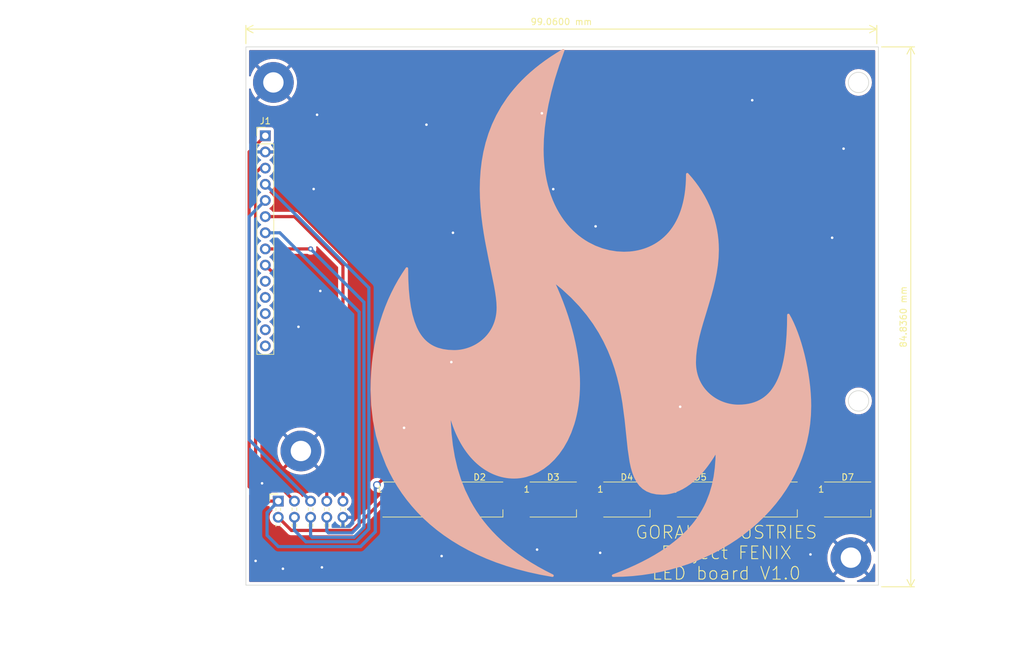
<source format=kicad_pcb>
(kicad_pcb (version 20211014) (generator pcbnew)
  (layers (0 "F.Cu" signal) (31 "B.Cu" signal) (34 "B.Paste" user) (35 "F.Paste" user) (36 "B.SilkS" user "B.Silkscreen") (37 "F.SilkS" user "F.Silkscreen") (38 "B.Mask" user) (39 "F.Mask" user) (44 "Edge.Cuts" user))
  (net 0 "")
  (net 1 "+5V")
  (net 2 "Net-(D1-Pad2)")
  (net 3 "GND")
  (net 4 "N_in")
  (net 5 "Net-(D2-Pad2)")
  (net 6 "Net-(D3-Pad2)")
  (net 7 "Net-(D4-Pad2)")
  (net 8 "Net-(D5-Pad2)")
  (net 9 "Net-(D6-Pad2)")
  (net 10 "N_out")
  (net 11 "CS")
  (net 12 "RESET")
  (net 13 "DC{slash}RS")
  (net 14 "MOSI")
  (net 15 "SCK")
  (net 16 "LED_back")
  (net 17 "MISO")
  (footprint "LED_SMD:LED_WS2812B_PLCC4_5.0x5.0mm_P3.2mm" (layer "F.Cu") (at 176.911 136.652)
    (fp_text reference "D4" (at 0 -3.5) (layer "F.SilkS"))
    (fp_text value "WS2812B")
    (fp_text user "1" (at -4.15 -1.6) (layer "F.SilkS"))
    (fp_line (start 3.65 2.75) (end 3.65 1.6) (layer "F.SilkS") (width 0.12))
    (fp_line (start -3.65 2.75) (end 3.65 2.75) (layer "F.SilkS") (width 0.12))
    (fp_line (start -3.65 -2.75) (end 3.65 -2.75) (layer "F.SilkS") (width 0.12))
    (pad "1" smd rect (at -2.45 -1.6) (size 1.5 1) (layers "F.Cu" "F.Paste" "F.Mask") (net 1 "+5V"))
    (pad "2" smd rect (at -2.45 1.6) (size 1.5 1) (layers "F.Cu" "F.Paste" "F.Mask") (net 7 "Net-(D4-Pad2)"))
    (pad "3" smd rect (at 2.45 1.6) (size 1.5 1) (layers "F.Cu" "F.Paste" "F.Mask") (net 3 "GND"))
    (pad "4" smd rect (at 2.45 -1.6) (size 1.5 1) (layers "F.Cu" "F.Paste" "F.Mask") (net 6 "Net-(D3-Pad2)"))
  )
  (footprint "" (layer "F.Cu") (at 125.73 129.032)
    (fp_text reference "" (at 0 0) (layer "F.SilkS") (effects (font (size 1.27 1.27))))
    (fp_text value "" (at 0 0) (layer "F.SilkS") (effects (font (size 1.27 1.27))))
    (pad "1" thru_hole circle (at 0 0) (size 6.4 6.4) (drill 3.2) (layers *.Cu *.Mask) (net 3 "GND"))
  )
  (footprint "Connector_PinHeader_2.54mm:PinHeader_1x14_P2.54mm_Vertical" (layer "F.Cu") (at 120.142 79.502)
    (fp_text reference "J1" (at 0 -2.33) (layer "F.SilkS"))
    (fp_text value "Conn_01x14_Female")
    (fp_line (start 1.33 1.27) (end 1.33 34.35) (layer "F.SilkS") (width 0.12))
    (fp_line (start -1.33 34.35) (end 1.33 34.35) (layer "F.SilkS") (width 0.12))
    (fp_line (start -1.33 1.27) (end 1.33 1.27) (layer "F.SilkS") (width 0.12))
    (fp_line (start -1.33 0) (end -1.33 -1.33) (layer "F.SilkS") (width 0.12))
    (fp_line (start -1.33 -1.33) (end 0 -1.33) (layer "F.SilkS") (width 0.12))
    (fp_line (start -1.33 1.27) (end -1.33 34.35) (layer "F.SilkS") (width 0.12))
    (pad "1" thru_hole rect (at 0 0) (size 1.7 1.7) (drill 1) (layers *.Cu *.Mask) (net 1 "+5V"))
    (pad "2" thru_hole oval (at 0 2.54) (size 1.7 1.7) (drill 1) (layers *.Cu *.Mask) (net 3 "GND"))
    (pad "3" thru_hole oval (at 0 5.08) (size 1.7 1.7) (drill 1) (layers *.Cu *.Mask) (net 11 "CS"))
    (pad "4" thru_hole oval (at 0 7.62) (size 1.7 1.7) (drill 1) (layers *.Cu *.Mask) (net 12 "RESET"))
    (pad "5" thru_hole oval (at 0 10.16) (size 1.7 1.7) (drill 1) (layers *.Cu *.Mask) (net 13 "DC{slash}RS"))
    (pad "6" thru_hole oval (at 0 12.7) (size 1.7 1.7) (drill 1) (layers *.Cu *.Mask) (net 14 "MOSI"))
    (pad "7" thru_hole oval (at 0 15.24) (size 1.7 1.7) (drill 1) (layers *.Cu *.Mask) (net 15 "SCK"))
    (pad "8" thru_hole oval (at 0 17.78) (size 1.7 1.7) (drill 1) (layers *.Cu *.Mask) (net 16 "LED_back"))
    (pad "9" thru_hole oval (at 0 20.32) (size 1.7 1.7) (drill 1) (layers *.Cu *.Mask) (net 17 "MISO"))
    (pad "10" thru_hole oval (at 0 22.86) (size 1.7 1.7) (drill 1) (layers *.Cu *.Mask))
    (pad "11" thru_hole oval (at 0 25.4) (size 1.7 1.7) (drill 1) (layers *.Cu *.Mask))
    (pad "12" thru_hole oval (at 0 27.94) (size 1.7 1.7) (drill 1) (layers *.Cu *.Mask))
    (pad "13" thru_hole oval (at 0 30.48) (size 1.7 1.7) (drill 1) (layers *.Cu *.Mask))
    (pad "14" thru_hole oval (at 0 33.02) (size 1.7 1.7) (drill 1) (layers *.Cu *.Mask))
  )
  (footprint "Connector_PinSocket_2.54mm:PinSocket_2x05_P2.54mm_Horizontal" (layer "F.Cu") (at 122.174 136.906 90)
    (fp_text reference "J2" hide)
    (fp_text value "Conn_02x05_IDC")
    (fp_line (start -4 -0.36) (end -3.59 -0.36) (layer "F.SilkS") (width 0.12))
    (fp_line (start 1.11 -1.33) (end 1.11 0) (layer "F.SilkS") (width 0.12))
    (fp_line (start -1.49 4.72) (end -1.05 4.72) (layer "F.SilkS") (width 0.12))
    (fp_line (start -4 0.36) (end -3.59 0.36) (layer "F.SilkS") (width 0.12))
    (fp_line (start -1.49 2.18) (end -1.05 2.18) (layer "F.SilkS") (width 0.12))
    (fp_line (start -4 7.98) (end -3.59 7.98) (layer "F.SilkS") (width 0.12))
    (fp_line (start 0 -1.33) (end 1.11 -1.33) (layer "F.SilkS") (width 0.12))
    (fp_line (start -4 7.26) (end -3.59 7.26) (layer "F.SilkS") (width 0.12))
    (fp_line (start -4 2.18) (end -3.59 2.18) (layer "F.SilkS") (width 0.12))
    (fp_line (start -1.49 7.98) (end -1.05 7.98) (layer "F.SilkS") (width 0.12))
    (fp_line (start -1.49 -0.36) (end -1.11 -0.36) (layer "F.SilkS") (width 0.12))
    (fp_line (start -1.49 10.52) (end -1.05 10.52) (layer "F.SilkS") (width 0.12))
    (fp_line (start -4 10.52) (end -3.59 10.52) (layer "F.SilkS") (width 0.12))
    (fp_line (start -1.49 0.36) (end -1.11 0.36) (layer "F.SilkS") (width 0.12))
    (fp_line (start -4 4.72) (end -3.59 4.72) (layer "F.SilkS") (width 0.12))
    (fp_line (start -4 5.44) (end -3.59 5.44) (layer "F.SilkS") (width 0.12))
    (fp_line (start -1.49 5.44) (end -1.05 5.44) (layer "F.SilkS") (width 0.12))
    (fp_line (start -4 9.8) (end -3.59 9.8) (layer "F.SilkS") (width 0.12))
    (fp_line (start -4 2.9) (end -3.59 2.9) (layer "F.SilkS") (width 0.12))
    (fp_line (start -1.49 2.9) (end -1.05 2.9) (layer "F.SilkS") (width 0.12))
    (fp_line (start -1.49 9.8) (end -1.05 9.8) (layer "F.SilkS") (width 0.12))
    (fp_line (start -1.49 7.26) (end -1.05 7.26) (layer "F.SilkS") (width 0.12))
    (pad "1" thru_hole rect (at 0 0 90) (size 1.7 1.7) (drill 1) (layers *.Cu *.Mask) (net 1 "+5V"))
    (pad "2" thru_hole oval (at -2.54 0 90) (size 1.7 1.7) (drill 1) (layers *.Cu *.Mask) (net 4 "N_in"))
    (pad "3" thru_hole oval (at 0 2.54 90) (size 1.7 1.7) (drill 1) (layers *.Cu *.Mask) (net 11 "CS"))
    (pad "4" thru_hole oval (at -2.54 2.54 90) (size 1.7 1.7) (drill 1) (layers *.Cu *.Mask) (net 12 "RESET"))
    (pad "5" thru_hole oval (at 0 5.08 90) (size 1.7 1.7) (drill 1) (layers *.Cu *.Mask) (net 13 "DC{slash}RS"))
    (pad "6" thru_hole oval (at -2.54 5.08 90) (size 1.7 1.7) (drill 1) (layers *.Cu *.Mask) (net 16 "LED_back"))
    (pad "7" thru_hole oval (at 0 7.62 90) (size 1.7 1.7) (drill 1) (layers *.Cu *.Mask) (net 17 "MISO"))
    (pad "8" thru_hole oval (at -2.54 7.62 90) (size 1.7 1.7) (drill 1) (layers *.Cu *.Mask) (net 15 "SCK"))
    (pad "9" thru_hole oval (at 0 10.16 90) (size 1.7 1.7) (drill 1) (layers *.Cu *.Mask) (net 14 "MOSI"))
    (pad "10" thru_hole oval (at -2.54 10.16 90) (size 1.7 1.7) (drill 1) (layers *.Cu *.Mask) (net 3 "GND"))
  )
  (footprint "LED_SMD:LED_WS2812B_PLCC4_5.0x5.0mm_P3.2mm" (layer "F.Cu") (at 165.354 136.652)
    (fp_text reference "D3" (at 0 -3.5) (layer "F.SilkS"))
    (fp_text value "WS2812B")
    (fp_text user "1" (at -4.15 -1.6) (layer "F.SilkS"))
    (fp_line (start -3.65 2.75) (end 3.65 2.75) (layer "F.SilkS") (width 0.12))
    (fp_line (start -3.65 -2.75) (end 3.65 -2.75) (layer "F.SilkS") (width 0.12))
    (fp_line (start 3.65 2.75) (end 3.65 1.6) (layer "F.SilkS") (width 0.12))
    (pad "1" smd rect (at -2.45 -1.6) (size 1.5 1) (layers "F.Cu" "F.Paste" "F.Mask") (net 1 "+5V"))
    (pad "2" smd rect (at -2.45 1.6) (size 1.5 1) (layers "F.Cu" "F.Paste" "F.Mask") (net 6 "Net-(D3-Pad2)"))
    (pad "3" smd rect (at 2.45 1.6) (size 1.5 1) (layers "F.Cu" "F.Paste" "F.Mask") (net 3 "GND"))
    (pad "4" smd rect (at 2.45 -1.6) (size 1.5 1) (layers "F.Cu" "F.Paste" "F.Mask") (net 5 "Net-(D2-Pad2)"))
  )
  (footprint "LED_SMD:LED_WS2812B_PLCC4_5.0x5.0mm_P3.2mm" (layer "F.Cu") (at 200.025 136.652)
    (fp_text reference "D6" (at 0 -3.5) (layer "F.SilkS"))
    (fp_text value "WS2812B")
    (fp_text user "1" (at -4.15 -1.6) (layer "F.SilkS"))
    (fp_line (start -3.65 2.75) (end 3.65 2.75) (layer "F.SilkS") (width 0.12))
    (fp_line (start -3.65 -2.75) (end 3.65 -2.75) (layer "F.SilkS") (width 0.12))
    (fp_line (start 3.65 2.75) (end 3.65 1.6) (layer "F.SilkS") (width 0.12))
    (pad "1" smd rect (at -2.45 -1.6) (size 1.5 1) (layers "F.Cu" "F.Paste" "F.Mask") (net 1 "+5V"))
    (pad "2" smd rect (at -2.45 1.6) (size 1.5 1) (layers "F.Cu" "F.Paste" "F.Mask") (net 9 "Net-(D6-Pad2)"))
    (pad "3" smd rect (at 2.45 1.6) (size 1.5 1) (layers "F.Cu" "F.Paste" "F.Mask") (net 3 "GND"))
    (pad "4" smd rect (at 2.45 -1.6) (size 1.5 1) (layers "F.Cu" "F.Paste" "F.Mask") (net 8 "Net-(D5-Pad2)"))
  )
  (footprint "LED_SMD:LED_WS2812B_PLCC4_5.0x5.0mm_P3.2mm" (layer "F.Cu") (at 153.797 136.652)
    (fp_text reference "D2" (at 0 -3.5) (layer "F.SilkS"))
    (fp_text value "WS2812B")
    (fp_text user "1" (at -4.15 -1.6) (layer "F.SilkS"))
    (fp_line (start -3.65 -2.75) (end 3.65 -2.75) (layer "F.SilkS") (width 0.12))
    (fp_line (start -3.65 2.75) (end 3.65 2.75) (layer "F.SilkS") (width 0.12))
    (fp_line (start 3.65 2.75) (end 3.65 1.6) (layer "F.SilkS") (width 0.12))
    (pad "1" smd rect (at -2.45 -1.6) (size 1.5 1) (layers "F.Cu" "F.Paste" "F.Mask") (net 1 "+5V"))
    (pad "2" smd rect (at -2.45 1.6) (size 1.5 1) (layers "F.Cu" "F.Paste" "F.Mask") (net 5 "Net-(D2-Pad2)"))
    (pad "3" smd rect (at 2.45 1.6) (size 1.5 1) (layers "F.Cu" "F.Paste" "F.Mask") (net 3 "GND"))
    (pad "4" smd rect (at 2.45 -1.6) (size 1.5 1) (layers "F.Cu" "F.Paste" "F.Mask") (net 2 "Net-(D1-Pad2)"))
  )
  (footprint "" (layer "F.Cu") (at 212.09 145.796)
    (fp_text reference "" (at 0 0) (layer "F.SilkS") (effects (font (size 1.27 1.27))))
    (fp_text value "" (at 0 0) (layer "F.SilkS") (effects (font (size 1.27 1.27))))
    (pad "1" thru_hole circle (at 0 0) (size 6.4 6.4) (drill 3.2) (layers *.Cu *.Mask) (net 3 "GND"))
  )
  (footprint "LED_SMD:LED_WS2812B_PLCC4_5.0x5.0mm_P3.2mm" (layer "F.Cu") (at 142.24 136.652)
    (fp_text reference "D1" (at 0 -3.5) (layer "F.SilkS"))
    (fp_text value "WS2812B")
    (fp_text user "1" (at -4.15 -1.6) (layer "F.SilkS"))
    (fp_line (start -3.65 -2.75) (end 3.65 -2.75) (layer "F.SilkS") (width 0.12))
    (fp_line (start 3.65 2.75) (end 3.65 1.6) (layer "F.SilkS") (width 0.12))
    (fp_line (start -3.65 2.75) (end 3.65 2.75) (layer "F.SilkS") (width 0.12))
    (pad "1" smd rect (at -2.45 -1.6) (size 1.5 1) (layers "F.Cu" "F.Paste" "F.Mask") (net 1 "+5V"))
    (pad "2" smd rect (at -2.45 1.6) (size 1.5 1) (layers "F.Cu" "F.Paste" "F.Mask") (net 2 "Net-(D1-Pad2)"))
    (pad "3" smd rect (at 2.45 1.6) (size 1.5 1) (layers "F.Cu" "F.Paste" "F.Mask") (net 3 "GND"))
    (pad "4" smd rect (at 2.45 -1.6) (size 1.5 1) (layers "F.Cu" "F.Paste" "F.Mask") (net 4 "N_in"))
  )
  (footprint "LED_SMD:LED_WS2812B_PLCC4_5.0x5.0mm_P3.2mm" (layer "F.Cu") (at 188.468 136.652)
    (fp_text reference "D5" (at 0 -3.5) (layer "F.SilkS"))
    (fp_text value "WS2812B")
    (fp_text user "1" (at -4.15 -1.6) (layer "F.SilkS"))
    (fp_line (start -3.65 2.75) (end 3.65 2.75) (layer "F.SilkS") (width 0.12))
    (fp_line (start 3.65 2.75) (end 3.65 1.6) (layer "F.SilkS") (width 0.12))
    (fp_line (start -3.65 -2.75) (end 3.65 -2.75) (layer "F.SilkS") (width 0.12))
    (pad "1" smd rect (at -2.45 -1.6) (size 1.5 1) (layers "F.Cu" "F.Paste" "F.Mask") (net 1 "+5V"))
    (pad "2" smd rect (at -2.45 1.6) (size 1.5 1) (layers "F.Cu" "F.Paste" "F.Mask") (net 8 "Net-(D5-Pad2)"))
    (pad "3" smd rect (at 2.45 1.6) (size 1.5 1) (layers "F.Cu" "F.Paste" "F.Mask") (net 3 "GND"))
    (pad "4" smd rect (at 2.45 -1.6) (size 1.5 1) (layers "F.Cu" "F.Paste" "F.Mask") (net 7 "Net-(D4-Pad2)"))
  )
  (footprint "LED_SMD:LED_WS2812B_PLCC4_5.0x5.0mm_P3.2mm" (layer "F.Cu") (at 211.582 136.652)
    (fp_text reference "D7" (at 0 -3.5) (layer "F.SilkS"))
    (fp_text value "WS2812B")
    (fp_text user "1" (at -4.15 -1.6) (layer "F.SilkS"))
    (fp_line (start -3.65 -2.75) (end 3.65 -2.75) (layer "F.SilkS") (width 0.12))
    (fp_line (start 3.65 2.75) (end 3.65 1.6) (layer "F.SilkS") (width 0.12))
    (fp_line (start -3.65 2.75) (end 3.65 2.75) (layer "F.SilkS") (width 0.12))
    (pad "1" smd rect (at -2.45 -1.6) (size 1.5 1) (layers "F.Cu" "F.Paste" "F.Mask") (net 1 "+5V"))
    (pad "2" smd rect (at -2.45 1.6) (size 1.5 1) (layers "F.Cu" "F.Paste" "F.Mask") (net 10 "N_out"))
    (pad "3" smd rect (at 2.45 1.6) (size 1.5 1) (layers "F.Cu" "F.Paste" "F.Mask") (net 3 "GND"))
    (pad "4" smd rect (at 2.45 -1.6) (size 1.5 1) (layers "F.Cu" "F.Paste" "F.Mask") (net 9 "Net-(D6-Pad2)"))
  )
  (footprint "" (layer "F.Cu") (at 121.412 71.12)
    (fp_text reference "" (at 0 0) (layer "F.SilkS") (effects (font (size 1.27 1.27))))
    (fp_text value "" (at 0 0) (layer "F.SilkS") (effects (font (size 1.27 1.27))))
    (pad "1" thru_hole circle (at 0 0) (size 6.4 6.4) (drill 3.2) (layers *.Cu *.Mask) (net 3 "GND"))
  )
  (gr_poly (pts (xy 166.116 68.326) (xy 165.430564 70.493929) (xy 164.86419 72.572562) (xy 164.411918 74.561898) (xy 164.068786 76.461937) (xy 163.829834 78.272679) (xy 163.690101 79.994124) (xy 163.644626 81.626272) (xy 163.664241 82.66004) (xy 163.722167 83.658034) (xy 163.817028 84.620449) (xy 163.94745 85.547479) (xy 164.112055 86.439317) (xy 164.309469 87.296158) (xy 164.538315 88.118194) (xy 164.797217 88.90562) (xy 165.084799 89.658629) (xy 165.399686 90.377416) (xy 165.740502 91.062174) (xy 166.105871 91.713097) (xy 166.494416 92.330378) (xy 166.904762 92.914212) (xy 167.335534 93.464792) (xy 167.785354 93.982312) (xy 168.252848 94.466965) (xy 168.73664 94.918947) (xy 169.235353 95.33845) (xy 169.747611 95.725667) (xy 170.27204 96.080794) (xy 170.807262 96.404024) (xy 171.904585 96.955566) (xy 173.028574 97.381845) (xy 174.16822 97.68441) (xy 175.312517 97.864813) (xy 176.450458 97.924602) (xy 177.364459 97.886698) (xy 177.820897 97.838532) (xy 178.275669 97.770193) (xy 178.727806 97.681158) (xy 179.176338 97.570903) (xy 179.620296 97.438905) (xy 180.058713 97.284641) (xy 180.490618 97.107588) (xy 180.915043 96.907223) (xy 181.331019 96.683021) (xy 181.737577 96.434461) (xy 182.133748 96.161018) (xy 182.518563 95.86217) (xy 182.891053 95.537394) (xy 183.250249 95.186165) (xy 183.595183 94.807961) (xy 183.924885 94.40226) (xy 184.238387 93.968536) (xy 184.534719 93.506268) (xy 184.812913 93.014931) (xy 185.071999 92.494004) (xy 185.311009 91.942962) (xy 185.528974 91.361282) (xy 185.724924 90.748442) (xy 185.897892 90.103917) (xy 186.046907 89.427185) (xy 186.171002 88.717723) (xy 186.269207 87.975006) (xy 186.340552 87.198513) (xy 186.38407 86.38772) (xy 186.398792 85.542103) (xy 186.992942 86.222862) (xy 187.545389 86.915249) (xy 188.056598 87.618487) (xy 188.527034 88.331803) (xy 188.957163 89.05442) (xy 189.34745 89.785564) (xy 189.698358 90.52446) (xy 190.010355 91.270331) (xy 190.283904 92.022404) (xy 190.519471 92.779903) (xy 190.717521 93.542053) (xy 190.878519 94.308079) (xy 191.00293 95.077205) (xy 191.091219 95.848657) (xy 191.143852 96.621659) (xy 191.161293 97.395437) (xy 191.120882 98.61712) (xy 191.006677 99.821749) (xy 190.82922 101.009636) (xy 190.599053 102.181089) (xy 190.326718 103.336419) (xy 190.022757 104.475936) (xy 189.362125 106.708771) (xy 188.701493 108.882075) (xy 188.397532 109.947178) (xy 188.125197 110.998328) (xy 187.89503 112.035836) (xy 187.717573 113.060011) (xy 187.603368 114.071164) (xy 187.562957 115.069605) (xy 187.573079 115.471108) (xy 187.603007 115.861933) (xy 187.65208 116.241945) (xy 187.71964 116.611009) (xy 187.805029 116.968987) (xy 187.907587 117.315746) (xy 188.026656 117.651148) (xy 188.161577 117.975059) (xy 188.311691 118.287343) (xy 188.476338 118.587864) (xy 188.654861 118.876487) (xy 188.8466 119.153075) (xy 189.050896 119.417494) (xy 189.267091 119.669607) (xy 189.494526 119.909279) (xy 189.732541 120.136374) (xy 189.980478 120.350757) (xy 190.237678 120.552292) (xy 190.503483 120.740843) (xy 190.777232 120.916275) (xy 191.058268 121.078452) (xy 191.345932 121.227238) (xy 191.639564 121.362498) (xy 191.938505 121.484096) (xy 192.242098 121.591896) (xy 192.549683 121.685763) (xy 192.860601 121.765561) (xy 193.174193 121.831155) (xy 193.489801 121.882408) (xy 193.806765 121.919185) (xy 194.124426 121.941351) (xy 194.442127 121.94877) (xy 194.995345 121.933015) (xy 195.524205 121.885983) (xy 196.029151 121.808023) (xy 196.51063 121.699483) (xy 196.969087 121.560713) (xy 197.404968 121.39206) (xy 197.818718 121.193875) (xy 198.210784 120.966505) (xy 198.581611 120.7103) (xy 198.931644 120.425608) (xy 199.26133 120.112778) (xy 199.571114 119.772159) (xy 199.861442 119.4041) (xy 200.13276 119.00895) (xy 200.385512 118.587057) (xy 200.620146 118.138771) (xy 200.837106 117.664439) (xy 201.036839 117.164412) (xy 201.219789 116.639037) (xy 201.386404 116.088664) (xy 201.537128 115.513641) (xy 201.672407 114.914317) (xy 201.792687 114.291041) (xy 201.898414 113.644162) (xy 201.990033 112.974028) (xy 202.06799 112.280989) (xy 202.184702 110.82759) (xy 202.252114 109.286754) (xy 202.273792 107.661272) (xy 202.60832 108.270537) (xy 202.935872 108.943674) (xy 203.254431 109.675103) (xy 203.561984 110.459241) (xy 203.856514 111.290508) (xy 204.136005 112.163323) (xy 204.398444 113.072104) (xy 204.641814 114.011272) (xy 204.8641 114.975244) (xy 205.063286 115.958439) (xy 205.237358 116.955277) (xy 205.384299 117.960177) (xy 205.502095 118.967557) (xy 205.588731 119.971837) (xy 205.64219 120.967435) (xy 205.660457 121.94877) (xy 205.618063 123.384749) (xy 205.492457 124.794643) (xy 205.286003 126.177175) (xy 205.001066 127.531065) (xy 204.640009 128.855035) (xy 204.205197 130.147805) (xy 203.698994 131.408096) (xy 203.123764 132.63463) (xy 202.481872 133.826127) (xy 201.775681 134.981308) (xy 201.007557 136.098895) (xy 200.179862 137.177608) (xy 199.294961 138.216169) (xy 198.355219 139.213298) (xy 197.362999 140.167716) (xy 196.320666 141.078145) (xy 195.230584 141.943305) (xy 194.095117 142.761918) (xy 192.91663 143.532704) (xy 191.697486 144.254385) (xy 190.44005 144.925681) (xy 189.146685 145.545313) (xy 187.819758 146.112003) (xy 186.46163 146.624472) (xy 185.074667 147.08144) (xy 183.661232 147.481629) (xy 182.223691 147.823759) (xy 180.764407 148.106552) (xy 179.285744 148.328728) (xy 177.790067 148.489009) (xy 176.279739 148.586115) (xy 174.757125 148.618768) (xy 176.014368 148.127661) (xy 177.207466 147.626787) (xy 178.338011 147.116301) (xy 179.40759 146.596359) (xy 180.417793 146.067114) (xy 181.370209 145.528723) (xy 182.266427 144.98134) (xy 183.108035 144.425121) (xy 183.896624 143.86022) (xy 184.633781 143.286792) (xy 185.321097 142.704993) (xy 185.96016 142.114977) (xy 186.552559 141.5169) (xy 187.099883 140.910916) (xy 187.603722 140.297181) (xy 188.065664 139.67585) (xy 188.487298 139.047077) (xy 188.870214 138.411017) (xy 189.216 137.767827) (xy 189.526246 137.11766) (xy 190.046472 135.797017) (xy 190.443605 134.45033) (xy 190.730358 133.078838) (xy 190.919442 131.683781) (xy 191.023569 130.2664) (xy 191.055454 128.827936) (xy 190.737702 129.378422) (xy 190.419678 129.899318) (xy 190.101732 130.391416) (xy 189.784213 130.855513) (xy 189.467469 131.292402) (xy 189.151848 131.702878) (xy 188.837701 132.087735) (xy 188.525375 132.447768) (xy 188.215219 132.783772) (xy 187.907583 133.09654) (xy 187.301264 133.655551) (xy 186.709207 134.131155) (xy 186.134203 134.52971) (xy 185.579044 134.857572) (xy 185.046518 135.121097) (xy 184.539418 135.32664) (xy 184.060533 135.480559) (xy 183.612653 135.589209) (xy 183.19857 135.658947) (xy 182.821074 135.696128) (xy 182.482955 135.707109) (xy 181.57231 135.649916) (xy 180.778848 135.48149) (xy 180.093247 135.206558) (xy 179.506186 134.82985) (xy 179.008345 134.356093) (xy 178.590402 133.790017) (xy 178.243037 133.136348) (xy 177.956927 132.399817) (xy 177.722752 131.585151) (xy 177.53119 130.697078) (xy 177.238624 128.719628) (xy 176.754726 124.0919) (xy 176.414256 121.517276) (xy 176.186766 120.181324) (xy 175.908679 118.81925) (xy 175.570674 117.435781) (xy 175.163428 116.035647) (xy 174.677621 114.623575) (xy 174.103932 113.204295) (xy 173.433039 111.782534) (xy 172.655623 110.363021) (xy 171.76236 108.950485) (xy 170.743931 107.549653) (xy 169.591014 106.165255) (xy 168.294288 104.802018) (xy 166.844431 103.46467) (xy 165.232124 102.157942) (xy 165.76682 103.338593) (xy 166.260278 104.49909) (xy 166.713429 105.639124) (xy 167.127202 106.758383) (xy 167.502527 107.856559) (xy 167.840336 108.933341) (xy 168.141558 109.988418) (xy 168.407123 111.021482) (xy 168.637962 112.032221) (xy 168.835004 113.020326) (xy 168.99918 113.985486) (xy 169.13142 114.927392) (xy 169.232654 115.845734) (xy 169.303812 116.7402) (xy 169.345825 117.610483) (xy 169.359623 118.45627) (xy 169.344594 119.336501) (xy 169.300169 120.191151) (xy 169.227334 121.020067) (xy 169.127079 121.823093) (xy 169.000391 122.600074) (xy 168.848259 123.350855) (xy 168.671671 124.075281) (xy 168.471615 124.773197) (xy 168.005054 126.088879) (xy 167.456483 127.29666) (xy 166.833808 128.395301) (xy 166.144936 129.383561) (xy 165.397772 130.2602) (xy 164.600224 131.023977) (xy 163.760198 131.673653) (xy 162.8856 132.207987) (xy 161.984337 132.625739) (xy 161.064316 132.925668) (xy 160.599741 133.031063) (xy 160.133442 133.106536) (xy 159.666406 133.151934) (xy 159.199623 133.167101) (xy 158.802825 133.157166) (xy 158.406493 133.12731) (xy 158.011091 133.077455) (xy 157.617084 133.007524) (xy 157.224938 132.917439) (xy 156.835117 132.807123) (xy 156.448086 132.676498) (xy 156.064311 132.525486) (xy 155.684257 132.354011) (xy 155.308388 132.161994) (xy 154.937171 131.949359) (xy 154.571069 131.716027) (xy 154.210549 131.461921) (xy 153.856074 131.186964) (xy 153.508111 130.891078) (xy 153.167124 130.574185) (xy 152.833578 130.236208) (xy 152.507939 129.87707) (xy 152.190672 129.496693) (xy 151.882241 129.095) (xy 151.583112 128.671912) (xy 151.29375 128.227353) (xy 151.01462 127.761244) (xy 150.746186 127.27351) (xy 150.488915 126.764071) (xy 150.243271 126.23285) (xy 150.00972 125.67977) (xy 149.788725 125.104754) (xy 149.580754 124.507724) (xy 149.386269 123.888602) (xy 149.205738 123.24731) (xy 149.039624 122.583772) (xy 149.076133 124.462108) (xy 149.192793 126.32432) (xy 149.400299 128.166688) (xy 149.70935 129.985491) (xy 150.130642 131.77701) (xy 150.674873 133.537522) (xy 151.352738 135.263308) (xy 152.174936 136.950646) (xy 152.643503 137.778735) (xy 153.152163 138.595817) (xy 153.702256 139.401426) (xy 154.295117 140.195098) (xy 154.932084 140.976368) (xy 155.614494 141.744771) (xy 156.343684 142.499841) (xy 157.120991 143.241113) (xy 157.947752 143.968123) (xy 158.825305 144.680405) (xy 159.754987 145.377494) (xy 160.738134 146.058925) (xy 161.776085 146.724233) (xy 162.870175 147.372953) (xy 164.021742 148.00462) (xy 165.232124 148.618768) (xy 163.335027 148.273654) (xy 161.512635 147.874473) (xy 159.763999 147.42297) (xy 158.088168 146.920888) (xy 156.484193 146.369972) (xy 154.951124 145.771966) (xy 153.488013 145.128614) (xy 152.093909 144.44166) (xy 150.767862 143.712848) (xy 149.508924 142.943922) (xy 148.316145 142.136626) (xy 147.188575 141.292705) (xy 146.125265 140.413902) (xy 145.125265 139.501962) (xy 144.187625 138.558628) (xy 143.311396 137.585645) (xy 142.495629 136.584757) (xy 141.739374 135.557707) (xy 141.04168 134.50624) (xy 140.4016 133.4321) (xy 139.818183 132.337032) (xy 139.29048 131.222778) (xy 138.398415 128.943693) (xy 137.717811 126.608797) (xy 137.24107 124.232043) (xy 136.960596 121.827385) (xy 136.868793 119.408773) (xy 136.893391 117.957699) (xy 136.966358 116.541351) (xy 137.086454 115.159729) (xy 137.252439 113.812835) (xy 137.463072 112.500667) (xy 137.717113 111.223225) (xy 138.013323 109.98051) (xy 138.35046 108.772522) (xy 138.727284 107.599261) (xy 139.142556 106.460726) (xy 139.595035 105.356917) (xy 140.08348 104.287835) (xy 140.606652 103.25348) (xy 141.163311 102.253851) (xy 141.752215 101.288949) (xy 142.372126 100.358774) (xy 142.399514 102.092078) (xy 142.482093 103.683221) (xy 142.620483 105.136387) (xy 142.815303 106.455764) (xy 143.067174 107.645536) (xy 143.376716 108.70989) (xy 143.744548 109.65301) (xy 143.950518 110.080416) (xy 144.171292 110.479084) (xy 144.40695 110.849536) (xy 144.657568 111.192296) (xy 144.923223 111.507887) (xy 145.203994 111.796833) (xy 145.499958 112.059656) (xy 145.811192 112.29688) (xy 146.137774 112.509028) (xy 146.479782 112.696623) (xy 146.837292 112.860189) (xy 147.210383 113.000248) (xy 148.003616 113.211941) (xy 148.860102 113.335887) (xy 149.780459 113.376272) (xy 150.098159 113.368853) (xy 150.415821 113.346687) (xy 150.732784 113.30991) (xy 151.048392 113.258656) (xy 151.361984 113.193063) (xy 151.672901 113.113265) (xy 151.980486 113.019398) (xy 152.284079 112.911597) (xy 152.58302 112.789999) (xy 152.876652 112.65474) (xy 153.164315 112.505953) (xy 153.445351 112.343777) (xy 153.719101 112.168345) (xy 153.984905 111.979794) (xy 154.242105 111.778259) (xy 154.490042 111.563876) (xy 154.728057 111.336781) (xy 154.955492 111.097109) (xy 155.171687 110.844995) (xy 155.375983 110.580577) (xy 155.567722 110.303988) (xy 155.746245 110.015366) (xy 155.910892 109.714845) (xy 156.061006 109.402561) (xy 156.195926 109.07865) (xy 156.314995 108.743247) (xy 156.417554 108.396489) (xy 156.502943 108.03851) (xy 156.570503 107.669447) (xy 156.619576 107.289435) (xy 156.649503 106.898609) (xy 156.659626 106.497106) (xy 156.629912 105.726326) (xy 156.545937 104.885007) (xy 156.415455 103.977026) (xy 156.246214 103.006259) (xy 155.336709 98.572834) (xy 154.850951 96.08017) (xy 154.627451 94.778415) (xy 154.427205 93.444879) (xy 154.257964 92.083438) (xy 154.127482 90.697967) (xy 154.043507 89.292342) (xy 154.013793 87.870439) (xy 154.044851 86.436134) (xy 154.143191 84.993302) (xy 154.316566 83.545819) (xy 154.572726 82.097561) (xy 154.919423 80.652404) (xy 155.364408 79.214223) (xy 155.915434 77.786894) (xy 156.580251 76.374293) (xy 157.366612 74.980296) (xy 158.282266 73.608778) (xy 158.791002 72.932659) (xy 159.334967 72.263614) (xy 159.915132 71.602127) (xy 160.532465 70.948682) (xy 161.187935 70.303763) (xy 161.882512 69.667856) (xy 162.617163 69.041444) (xy 163.392859 68.425012) (xy 164.210568 67.819044) (xy 165.071258 67.224026) (xy 165.975899 66.64044) (xy 166.92546 66.068773)) (layer "B.SilkS") (width 0.4) (fill solid))
  (gr_rect (start 117.094 150.114) (end 216.408 65.532) (layer "Edge.Cuts") (width 0.1) (fill none))
  (gr_circle (center 213.284 71.12) (end 214.884 71.12) (layer "Edge.Cuts") (width 0.1) (fill none))
  (gr_circle (center 213.284 121.158) (end 214.884 121.158) (layer "Edge.Cuts") (width 0.1) (fill none))
  (gr_text "GORAK INDUSTRIES\nProject FENIX\nLED board V1.0" (at 192.532 145.034) (layer "F.SilkS") (effects (font (size 2 2))))
  (dimension (type aligned) (layer "F.SilkS") (pts (xy 216.154 65.532) (xy 117.094 65.532)) (height 2.794) (gr_text "99,0600 mm" (at 166.624 61.588) (layer "F.SilkS") (effects (font (size 1 1) (thickness 0.15)))) (format (units 3) (units_format 1) (precision 4)) (style (thickness 0.15) (arrow_length 1.27) (text_position_mode 0) (extension_height 0.58642) (extension_offset 0.5) keep_text_aligned))
  (dimension (type aligned) (layer "F.SilkS") (pts (xy 216.408 150.368) (xy 216.408 65.532)) (height 5.08) (gr_text "84,8360 mm" (at 220.338 107.95 90) (layer "F.SilkS") (effects (font (size 1 1) (thickness 0.15)))) (format (units 3) (units_format 1) (precision 4)) (style (thickness 0.15) (arrow_length 1.27) (text_position_mode 0) (extension_height 0.58642) (extension_offset 0.5) keep_text_aligned))
  (segment (start 139.79 133.948) (end 139.446 133.604) (width 0.5) (layer "F.Cu") (net 1))
  (segment (start 197.575 135.052) (end 197.575 134.329) (width 0.5) (layer "F.Cu") (net 1))
  (segment (start 162.052 133.604) (end 171.45 133.604) (width 0.5) (layer "F.Cu") (net 1))
  (segment (start 171.45 133.604) (end 172.974 133.604) (width 0.5) (layer "F.Cu") (net 1))
  (segment (start 150.876 133.604) (end 139.446 133.604) (width 0.5) (layer "F.Cu") (net 1))
  (segment (start 174.461 135.052) (end 174.461 134.329) (width 0.5) (layer "F.Cu") (net 1))
  (segment (start 117.602 82.042) (end 120.142 79.502) (width 0.5) (layer "F.Cu") (net 1))
  (segment (start 162.306 133.604) (end 162.052 133.604) (width 0.5) (layer "F.Cu") (net 1))
  (segment (start 185.166 133.604) (end 196.088 133.604) (width 0.5) (layer "F.Cu") (net 1))
  (segment (start 186.018 135.052) (end 186.018 134.456) (width 0.5) (layer "F.Cu") (net 1))
  (segment (start 159.766 133.604) (end 162.052 133.604) (width 0.5) (layer "F.Cu") (net 1))
  (segment (start 139.79 135.052) (end 139.79 133.948) (width 0.5) (layer "F.Cu") (net 1))
  (segment (start 122.174 136.906) (end 119.888 136.906) (width 0.5) (layer "F.Cu") (net 1))
  (segment (start 172.974 133.604) (end 183.642 133.604) (width 0.5) (layer "F.Cu") (net 1))
  (segment (start 150.876 133.604) (end 159.766 133.604) (width 0.5) (layer "F.Cu") (net 1))
  (segment (start 174.461 134.329) (end 173.736 133.604) (width 0.5) (layer "F.Cu") (net 1))
  (segment (start 196.85 133.604) (end 208.026 133.604) (width 0.5) (layer "F.Cu") (net 1))
  (segment (start 117.602 134.62) (end 117.602 82.042) (width 0.5) (layer "F.Cu") (net 1))
  (segment (start 151.347 135.052) (end 151.347 134.075) (width 0.5) (layer "F.Cu") (net 1))
  (segment (start 151.347 134.075) (end 150.876 133.604) (width 0.5) (layer "F.Cu") (net 1))
  (segment (start 173.736 133.604) (end 172.974 133.604) (width 0.5) (layer "F.Cu") (net 1))
  (segment (start 186.018 134.456) (end 185.166 133.604) (width 0.5) (layer "F.Cu") (net 1))
  (segment (start 119.888 136.906) (end 117.602 134.62) (width 0.5) (layer "F.Cu") (net 1))
  (segment (start 138.43 133.604) (end 139.446 133.604) (width 0.5) (layer "F.Cu") (net 1))
  (segment (start 183.642 133.604) (end 185.166 133.604) (width 0.5) (layer "F.Cu") (net 1))
  (segment (start 209.132 135.052) (end 209.132 134.71) (width 0.5) (layer "F.Cu") (net 1))
  (segment (start 196.088 133.604) (end 196.85 133.604) (width 0.5) (layer "F.Cu") (net 1))
  (segment (start 162.904 135.052) (end 162.904 134.202) (width 0.5) (layer "F.Cu") (net 1))
  (segment (start 209.132 134.71) (end 208.026 133.604) (width 0.5) (layer "F.Cu") (net 1))
  (segment (start 137.668 134.366) (end 138.43 133.604) (width 0.5) (layer "F.Cu") (net 1))
  (segment (start 197.575 134.329) (end 196.85 133.604) (width 0.5) (layer "F.Cu") (net 1))
  (segment (start 162.904 134.202) (end 162.306 133.604) (width 0.5) (layer "F.Cu") (net 1))
  (via (at 137.668 134.366) (size 1.2) (drill 0.8) (layers "F.Cu" "B.Cu") (net 1))
  (segment (start 135.091 144.055) (end 137.414 141.732) (width 0.5) (layer "B.Cu") (net 1))
  (segment (start 137.414 134.62) (end 137.668 134.366) (width 0.5) (layer "B.Cu") (net 1))
  (segment (start 122.194 144.055) (end 135.091 144.055) (width 0.5) (layer "B.Cu") (net 1))
  (segment (start 122.174 136.906) (end 122.174 136.963) (width 0.5) (layer "B.Cu") (net 1))
  (segment (start 122.174 136.963) (end 120.416 138.721) (width 0.5) (layer "B.Cu") (net 1))
  (segment (start 137.414 141.732) (end 137.414 134.62) (width 0.5) (layer "B.Cu") (net 1))
  (segment (start 120.416 138.721) (end 120.416 142.277) (width 0.5) (layer "B.Cu") (net 1))
  (segment (start 120.416 142.277) (end 122.194 144.055) (width 0.5) (layer "B.Cu") (net 1))
  (segment (start 154.139 137.16) (end 156.247 135.052) (width 0.5) (layer "F.Cu") (net 2))
  (segment (start 139.79 138.252) (end 140.882 137.16) (width 0.5) (layer "F.Cu") (net 2))
  (segment (start 140.882 137.16) (end 154.139 137.16) (width 0.5) (layer "F.Cu") (net 2))
  (via (at 149.606 94.742) (size 0.8) (drill 0.4) (layers "F.Cu" "B.Cu") (net 3))
  (via (at 127.733615 87.868829) (size 0.8) (drill 0.4) (layers "F.Cu" "B.Cu") (net 3))
  (via (at 172.72 145.034) (size 0.8) (drill 0.4) (layers "F.Cu" "B.Cu") (net 3))
  (via (at 205.74 145.288) (size 0.8) (drill 0.4) (layers "F.Cu" "B.Cu") (net 3))
  (via (at 119.634 134.112) (size 0.8) (drill 0.4) (layers "F.Cu" "B.Cu") (net 3))
  (via (at 141.928905 125.39065) (size 0.8) (drill 0.4) (layers "F.Cu" "B.Cu") (net 3))
  (via (at 163.568157 75.966318) (size 0.8) (drill 0.4) (layers "F.Cu" "B.Cu") (net 3))
  (via (at 209.144609 95.524716) (size 0.8) (drill 0.4) (layers "F.Cu" "B.Cu") (net 3))
  (via (at 118.618 146.304) (size 0.8) (drill 0.4) (layers "F.Cu" "B.Cu") (net 3))
  (via (at 172.001595 93.730368) (size 0.8) (drill 0.4) (layers "F.Cu" "B.Cu") (net 3))
  (via (at 129.032 147.32) (size 0.8) (drill 0.4) (layers "F.Cu" "B.Cu") (net 3))
  (via (at 128.778 103.886) (size 0.8) (drill 0.4) (layers "F.Cu" "B.Cu") (net 3))
  (via (at 149.352 115.062) (size 0.8) (drill 0.4) (layers "F.Cu" "B.Cu") (net 3))
  (via (at 147.828 145.542) (size 0.8) (drill 0.4) (layers "F.Cu" "B.Cu") (net 3))
  (via (at 125.348534 109.520635) (size 0.8) (drill 0.4) (layers "F.Cu" "B.Cu") (net 3))
  (via (at 162.814 144.526) (size 0.8) (drill 0.4) (layers "F.Cu" "B.Cu") (net 3))
  (via (at 145.445237 77.760666) (size 0.8) (drill 0.4) (layers "F.Cu" "B.Cu") (net 3))
  (via (at 122.908811 147.53424) (size 0.8) (drill 0.4) (layers "F.Cu" "B.Cu") (net 3))
  (via (at 196.596 73.914) (size 0.8) (drill 0.4) (layers "F.Cu" "B.Cu") (net 3))
  (via (at 128.27 76.2) (size 0.8) (drill 0.4) (layers "F.Cu" "B.Cu") (net 3))
  (via (at 165.354 87.884) (size 0.8) (drill 0.4) (layers "F.Cu" "B.Cu") (net 3))
  (via (at 210.938958 81.528798) (size 0.8) (drill 0.4) (layers "F.Cu" "B.Cu") (net 3))
  (via (at 185.279774 122.081074) (size 0.8) (drill 0.4) (layers "F.Cu" "B.Cu") (net 3))
  (segment (start 133.926 141.41) (end 138.938 136.398) (width 0.5) (layer "F.Cu") (net 4))
  (segment (start 138.938 136.398) (end 143.344 136.398) (width 0.5) (layer "F.Cu") (net 4))
  (segment (start 133.926 141.515) (end 133.926 141.41) (width 0.5) (layer "F.Cu") (net 4))
  (segment (start 143.344 136.398) (end 144.69 135.052) (width 0.5) (layer "F.Cu") (net 4))
  (segment (start 124.243 141.515) (end 133.926 141.515) (width 0.5) (layer "F.Cu") (net 4))
  (segment (start 122.174 139.446) (end 124.243 141.515) (width 0.5) (layer "F.Cu") (net 4))
  (segment (start 156.205 136.144) (end 166.712 136.144) (width 0.5) (layer "F.Cu") (net 5))
  (segment (start 154.097 138.252) (end 156.205 136.144) (width 0.5) (layer "F.Cu") (net 5))
  (segment (start 151.347 138.252) (end 154.097 138.252) (width 0.5) (layer "F.Cu") (net 5))
  (segment (start 166.712 136.144) (end 167.804 135.052) (width 0.5) (layer "F.Cu") (net 5))
  (segment (start 162.904 138.252) (end 164.25 136.906) (width 0.5) (layer "F.Cu") (net 6))
  (segment (start 164.25 136.906) (end 177.507 136.906) (width 0.5) (layer "F.Cu") (net 6))
  (segment (start 177.507 136.906) (end 179.361 135.052) (width 0.5) (layer "F.Cu") (net 6))
  (segment (start 190.918 135.052) (end 190.918 135.218) (width 0.5) (layer "F.Cu") (net 7))
  (segment (start 177.211 138.252) (end 179.319 136.144) (width 0.5) (layer "F.Cu") (net 7))
  (segment (start 174.461 138.252) (end 177.211 138.252) (width 0.5) (layer "F.Cu") (net 7))
  (segment (start 190.918 135.218) (end 189.992 136.144) (width 0.5) (layer "F.Cu") (net 7))
  (segment (start 179.319 136.144) (end 189.992 136.144) (width 0.5) (layer "F.Cu") (net 7))
  (segment (start 187.376 138.252) (end 188.722 136.906) (width 0.5) (layer "F.Cu") (net 8))
  (segment (start 186.018 138.252) (end 187.376 138.252) (width 0.5) (layer "F.Cu") (net 8))
  (segment (start 188.722 136.906) (end 200.621 136.906) (width 0.5) (layer "F.Cu") (net 8))
  (segment (start 200.621 136.906) (end 202.475 135.052) (width 0.5) (layer "F.Cu") (net 8))
  (segment (start 197.575 138.252) (end 200.325 138.252) (width 0.5) (layer "F.Cu") (net 9))
  (segment (start 201.925 136.652) (end 212.432 136.652) (width 0.5) (layer "F.Cu") (net 9))
  (segment (start 212.432 136.652) (end 214.032 135.052) (width 0.5) (layer "F.Cu") (net 9))
  (segment (start 200.325 138.252) (end 201.925 136.652) (width 0.5) (layer "F.Cu") (net 9))
  (segment (start 118.635 130.048) (end 118.635 130.827) (width 0.5) (layer "F.Cu") (net 11))
  (segment (start 119.38 84.582) (end 118.618 85.344) (width 0.5) (layer "F.Cu") (net 11))
  (segment (start 118.618 130.031) (end 118.635 130.048) (width 0.5) (layer "F.Cu") (net 11))
  (segment (start 120.142 84.582) (end 119.38 84.582) (width 0.5) (layer "F.Cu") (net 11))
  (segment (start 118.618 85.344) (end 118.618 130.031) (width 0.5) (layer "F.Cu") (net 11))
  (segment (start 118.635 130.827) (end 124.714 136.906) (width 0.5) (layer "F.Cu") (net 11))
  (segment (start 126.512 143.293) (end 134.386 143.293) (width 0.5) (layer "B.Cu") (net 12))
  (segment (start 124.714 139.446) (end 124.714 141.495) (width 0.5) (layer "B.Cu") (net 12))
  (segment (start 134.386 143.293) (end 136.398 141.281) (width 0.5) (layer "B.Cu") (net 12))
  (segment (start 124.714 141.495) (end 126.512 143.293) (width 0.5) (layer "B.Cu") (net 12))
  (segment (start 136.398 141.281) (end 136.398 103.378) (width 0.5) (layer "B.Cu") (net 12))
  (segment (start 136.398 103.378) (end 120.142 87.122) (width 0.5) (layer "B.Cu") (net 12))
  (segment (start 127.254 136.906) (end 117.602 127.254) (width 0.5) (layer "B.Cu") (net 13))
  (segment (start 117.602 127.254) (end 117.602 126.746) (width 0.5) (layer "B.Cu") (net 13))
  (segment (start 117.602 92.202) (end 120.142 89.662) (width 0.5) (layer "B.Cu") (net 13))
  (segment (start 117.602 126.746) (end 117.602 92.202) (width 0.5) (layer "B.Cu") (net 13))
  (segment (start 132.334 99.822) (end 132.334 136.906) (width 0.5) (layer "F.Cu") (net 14))
  (segment (start 120.142 92.202) (end 124.714 92.202) (width 0.5) (layer "F.Cu") (net 14))
  (segment (start 124.714 92.202) (end 132.334 99.822) (width 0.5) (layer "F.Cu") (net 14))
  (segment (start 129.794 141.619) (end 129.794 139.446) (width 0.5) (layer "B.Cu") (net 15))
  (segment (start 134.874 107.188) (end 134.874 140.79905) (width 0.5) (layer "B.Cu") (net 15))
  (segment (start 134.874 140.79905) (end 133.78005 141.893) (width 0.5) (layer "B.Cu") (net 15))
  (segment (start 130.068 141.893) (end 129.794 141.619) (width 0.5) (layer "B.Cu") (net 15))
  (segment (start 122.428 94.742) (end 134.874 107.188) (width 0.5) (layer "B.Cu") (net 15))
  (segment (start 120.142 94.742) (end 122.428 94.742) (width 0.5) (layer "B.Cu") (net 15))
  (segment (start 133.78005 141.893) (end 130.068 141.893) (width 0.5) (layer "B.Cu") (net 15))
  (segment (start 127.254 97.282) (end 120.142 97.282) (width 0.5) (layer "F.Cu") (net 16))
  (via (at 127.254 97.282) (size 0.8) (drill 0.4) (layers "F.Cu" "B.Cu") (net 16))
  (segment (start 134.07 142.593) (end 127.528 142.593) (width 0.5) (layer "B.Cu") (net 16))
  (segment (start 135.636 105.664) (end 135.636 141.027) (width 0.5) (layer "B.Cu") (net 16))
  (segment (start 127.254 97.282) (end 135.636 105.664) (width 0.5) (layer "B.Cu") (net 16))
  (segment (start 127.528 142.593) (end 127.254 142.319) (width 0.5) (layer "B.Cu") (net 16))
  (segment (start 127.254 142.319) (end 127.254 139.446) (width 0.5) (layer "B.Cu") (net 16))
  (segment (start 135.636 141.027) (end 134.07 142.593) (width 0.5) (layer "B.Cu") (net 16))
  (segment (start 129.794 109.474) (end 129.794 136.906) (width 0.5) (layer "F.Cu") (net 17))
  (segment (start 120.142 99.822) (end 129.794 109.474) (width 0.5) (layer "F.Cu") (net 17))
  (zone (net 3) (net_name "GND") (layers F&B.Cu) (connect_pads (clearance 0.508)) (min_thickness 0.254) (fill yes (thermal_gap 0.508) (thermal_bridge_width 0.508))
    (polygon (pts (xy 233.934 162.052) (xy 94.742 156.972) (xy 78.486 132.588) (xy 107.188 58.166) (xy 239.268 58.166)))
  )
)
</source>
